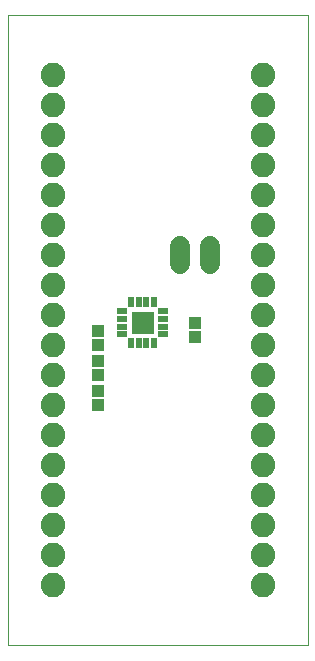
<source format=gts>
G75*
%MOIN*%
%OFA0B0*%
%FSLAX25Y25*%
%IPPOS*%
%LPD*%
%AMOC8*
5,1,8,0,0,1.08239X$1,22.5*
%
%ADD10C,0.00000*%
%ADD11R,0.04343X0.04146*%
%ADD12C,0.06800*%
%ADD13C,0.08200*%
%ADD14R,0.07690X0.07690*%
%ADD15R,0.03359X0.02257*%
%ADD16R,0.02257X0.03359*%
D10*
X0001000Y0011000D02*
X0001000Y0221000D01*
X0101000Y0221000D01*
X0101000Y0011000D01*
X0001000Y0011000D01*
D11*
X0031000Y0091217D03*
X0031000Y0095783D03*
X0031000Y0101217D03*
X0031000Y0105783D03*
X0031000Y0111217D03*
X0031000Y0115783D03*
X0063500Y0113717D03*
X0063500Y0118283D03*
D12*
X0058500Y0138000D02*
X0058500Y0144000D01*
X0068500Y0144000D02*
X0068500Y0138000D01*
D13*
X0086000Y0141000D03*
X0086000Y0131000D03*
X0086000Y0121000D03*
X0086000Y0111000D03*
X0086000Y0101000D03*
X0086000Y0091000D03*
X0086000Y0081000D03*
X0086000Y0071000D03*
X0086000Y0061000D03*
X0086000Y0051000D03*
X0086000Y0041000D03*
X0086000Y0031000D03*
X0086000Y0151000D03*
X0086000Y0161000D03*
X0086000Y0171000D03*
X0086000Y0181000D03*
X0086000Y0191000D03*
X0086000Y0201000D03*
X0016000Y0201000D03*
X0016000Y0191000D03*
X0016000Y0181000D03*
X0016000Y0171000D03*
X0016000Y0161000D03*
X0016000Y0151000D03*
X0016000Y0141000D03*
X0016000Y0131000D03*
X0016000Y0121000D03*
X0016000Y0111000D03*
X0016000Y0101000D03*
X0016000Y0091000D03*
X0016000Y0081000D03*
X0016000Y0071000D03*
X0016000Y0061000D03*
X0016000Y0051000D03*
X0016000Y0041000D03*
X0016000Y0031000D03*
D14*
X0046000Y0118500D03*
D15*
X0039110Y0117220D03*
X0039110Y0114661D03*
X0039110Y0119780D03*
X0039110Y0122339D03*
X0052890Y0122339D03*
X0052890Y0119780D03*
X0052890Y0117220D03*
X0052890Y0114661D03*
D16*
X0049839Y0111610D03*
X0047280Y0111610D03*
X0044720Y0111610D03*
X0042161Y0111610D03*
X0042161Y0125390D03*
X0044720Y0125390D03*
X0047280Y0125390D03*
X0049839Y0125390D03*
M02*

</source>
